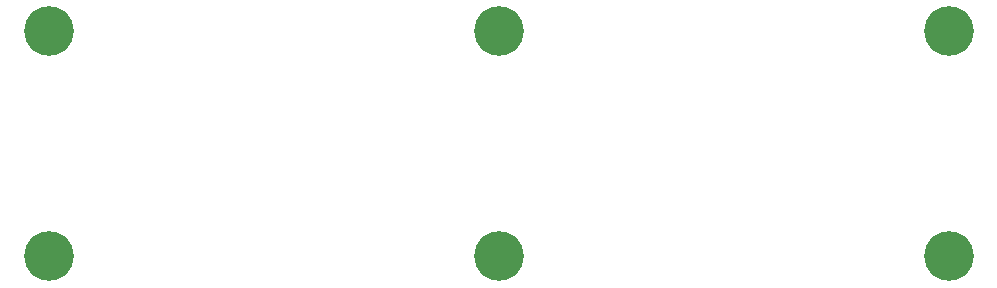
<source format=gbr>
G04 #@! TF.GenerationSoftware,KiCad,Pcbnew,(5.1.7)-1*
G04 #@! TF.CreationDate,2021-01-25T07:52:26+09:00*
G04 #@! TF.ProjectId,pisces_bottom_plate,70697363-6573-45f6-926f-74746f6d5f70,rev?*
G04 #@! TF.SameCoordinates,Original*
G04 #@! TF.FileFunction,Soldermask,Top*
G04 #@! TF.FilePolarity,Negative*
%FSLAX46Y46*%
G04 Gerber Fmt 4.6, Leading zero omitted, Abs format (unit mm)*
G04 Created by KiCad (PCBNEW (5.1.7)-1) date 2021-01-25 07:52:26*
%MOMM*%
%LPD*%
G01*
G04 APERTURE LIST*
%ADD10C,4.200000*%
G04 APERTURE END LIST*
D10*
X59525000Y-59525000D03*
X135725000Y-78575000D03*
X135725000Y-59525000D03*
X97625000Y-78575000D03*
X97625000Y-59525000D03*
X59525000Y-78575000D03*
M02*

</source>
